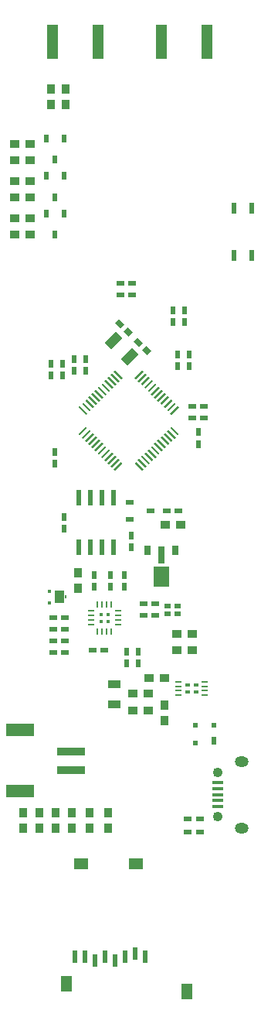
<source format=gbr>
G04 #@! TF.FileFunction,Paste,Top*
%FSLAX46Y46*%
G04 Gerber Fmt 4.6, Leading zero omitted, Abs format (unit mm)*
G04 Created by KiCad (PCBNEW 4.0.6) date 06/09/17 16:27:28*
%MOMM*%
%LPD*%
G01*
G04 APERTURE LIST*
%ADD10C,0.100000*%
%ADD11R,0.628650X1.348740*%
%ADD12R,1.618488X1.259586*%
%ADD13R,1.259586X1.709928*%
%ADD14R,0.720000X0.585000*%
%ADD15R,1.215000X0.360000*%
%ADD16C,1.080000*%
%ADD17O,1.530000X1.170000*%
%ADD18R,0.720000X1.080000*%
%ADD19R,0.720000X1.980000*%
%ADD20R,1.800000X2.250000*%
%ADD21R,0.540000X1.800000*%
%ADD22R,0.630000X0.900000*%
%ADD23R,0.630000X0.540000*%
%ADD24R,1.350000X0.900000*%
%ADD25R,0.630000X0.810000*%
%ADD26R,0.810000X0.630000*%
%ADD27R,0.990000X0.900000*%
%ADD28R,0.450000X0.360000*%
%ADD29R,0.990000X1.440000*%
%ADD30R,0.225000X0.360000*%
%ADD31R,3.150000X0.900000*%
%ADD32R,3.060000X1.350000*%
%ADD33R,0.900000X0.990000*%
%ADD34R,0.945000X0.585000*%
%ADD35R,0.435000X0.435000*%
%ADD36R,0.202000X0.715000*%
%ADD37R,0.715000X0.202000*%
%ADD38R,0.715000X0.220000*%
%ADD39R,1.143000X3.780000*%
%ADD40R,0.630000X1.305000*%
%ADD41R,0.585000X0.945000*%
%ADD42R,0.675000X0.270000*%
%ADD43R,0.525000X0.435000*%
G04 APERTURE END LIST*
D10*
D11*
X14499220Y-23137520D03*
X13399400Y-22738740D03*
X12299580Y-23137520D03*
X11199760Y-23538840D03*
X10099940Y-23137520D03*
X8997580Y-23538840D03*
X7897760Y-23137520D03*
X6797940Y-23137520D03*
D12*
X7498980Y-12939420D03*
X13498460Y-12939420D03*
D13*
X5898780Y-26038200D03*
X19099160Y-26939900D03*
D10*
G36*
X11075422Y40914566D02*
X11234521Y41073665D01*
X12061836Y40246350D01*
X11902737Y40087251D01*
X11075422Y40914566D01*
X11075422Y40914566D01*
G37*
G36*
X10721869Y40561013D02*
X10880968Y40720112D01*
X11708283Y39892797D01*
X11549184Y39733698D01*
X10721869Y40561013D01*
X10721869Y40561013D01*
G37*
G36*
X10368315Y40207459D02*
X10527414Y40366558D01*
X11354729Y39539243D01*
X11195630Y39380144D01*
X10368315Y40207459D01*
X10368315Y40207459D01*
G37*
G36*
X10014762Y39853906D02*
X10173861Y40013005D01*
X11001176Y39185690D01*
X10842077Y39026591D01*
X10014762Y39853906D01*
X10014762Y39853906D01*
G37*
G36*
X9661209Y39500353D02*
X9820308Y39659452D01*
X10647623Y38832137D01*
X10488524Y38673038D01*
X9661209Y39500353D01*
X9661209Y39500353D01*
G37*
G36*
X9307655Y39146799D02*
X9466754Y39305898D01*
X10294069Y38478583D01*
X10134970Y38319484D01*
X9307655Y39146799D01*
X9307655Y39146799D01*
G37*
G36*
X8954102Y38793246D02*
X9113201Y38952345D01*
X9940516Y38125030D01*
X9781417Y37965931D01*
X8954102Y38793246D01*
X8954102Y38793246D01*
G37*
G36*
X8600548Y38439692D02*
X8759647Y38598791D01*
X9586962Y37771476D01*
X9427863Y37612377D01*
X8600548Y38439692D01*
X8600548Y38439692D01*
G37*
G36*
X8246995Y38086139D02*
X8406094Y38245238D01*
X9233409Y37417923D01*
X9074310Y37258824D01*
X8246995Y38086139D01*
X8246995Y38086139D01*
G37*
G36*
X7893442Y37732586D02*
X8052541Y37891685D01*
X8879856Y37064370D01*
X8720757Y36905271D01*
X7893442Y37732586D01*
X7893442Y37732586D01*
G37*
G36*
X7539888Y37379032D02*
X7698987Y37538131D01*
X8526302Y36710816D01*
X8367203Y36551717D01*
X7539888Y37379032D01*
X7539888Y37379032D01*
G37*
G36*
X7186335Y37025479D02*
X7345434Y37184578D01*
X8172749Y36357263D01*
X8013650Y36198164D01*
X7186335Y37025479D01*
X7186335Y37025479D01*
G37*
G36*
X7345434Y33935422D02*
X7186335Y34094521D01*
X8013650Y34921836D01*
X8172749Y34762737D01*
X7345434Y33935422D01*
X7345434Y33935422D01*
G37*
G36*
X7698987Y33581869D02*
X7539888Y33740968D01*
X8367203Y34568283D01*
X8526302Y34409184D01*
X7698987Y33581869D01*
X7698987Y33581869D01*
G37*
G36*
X8052541Y33228315D02*
X7893442Y33387414D01*
X8720757Y34214729D01*
X8879856Y34055630D01*
X8052541Y33228315D01*
X8052541Y33228315D01*
G37*
G36*
X8406094Y32874762D02*
X8246995Y33033861D01*
X9074310Y33861176D01*
X9233409Y33702077D01*
X8406094Y32874762D01*
X8406094Y32874762D01*
G37*
G36*
X8759647Y32521209D02*
X8600548Y32680308D01*
X9427863Y33507623D01*
X9586962Y33348524D01*
X8759647Y32521209D01*
X8759647Y32521209D01*
G37*
G36*
X9113201Y32167655D02*
X8954102Y32326754D01*
X9781417Y33154069D01*
X9940516Y32994970D01*
X9113201Y32167655D01*
X9113201Y32167655D01*
G37*
G36*
X9466754Y31814102D02*
X9307655Y31973201D01*
X10134970Y32800516D01*
X10294069Y32641417D01*
X9466754Y31814102D01*
X9466754Y31814102D01*
G37*
G36*
X9820308Y31460548D02*
X9661209Y31619647D01*
X10488524Y32446962D01*
X10647623Y32287863D01*
X9820308Y31460548D01*
X9820308Y31460548D01*
G37*
G36*
X10173861Y31106995D02*
X10014762Y31266094D01*
X10842077Y32093409D01*
X11001176Y31934310D01*
X10173861Y31106995D01*
X10173861Y31106995D01*
G37*
G36*
X10527414Y30753442D02*
X10368315Y30912541D01*
X11195630Y31739856D01*
X11354729Y31580757D01*
X10527414Y30753442D01*
X10527414Y30753442D01*
G37*
G36*
X10880968Y30399888D02*
X10721869Y30558987D01*
X11549184Y31386302D01*
X11708283Y31227203D01*
X10880968Y30399888D01*
X10880968Y30399888D01*
G37*
G36*
X11234521Y30046335D02*
X11075422Y30205434D01*
X11902737Y31032749D01*
X12061836Y30873650D01*
X11234521Y30046335D01*
X11234521Y30046335D01*
G37*
G36*
X13338164Y30873650D02*
X13497263Y31032749D01*
X14324578Y30205434D01*
X14165479Y30046335D01*
X13338164Y30873650D01*
X13338164Y30873650D01*
G37*
G36*
X13691717Y31227203D02*
X13850816Y31386302D01*
X14678131Y30558987D01*
X14519032Y30399888D01*
X13691717Y31227203D01*
X13691717Y31227203D01*
G37*
G36*
X14045271Y31580757D02*
X14204370Y31739856D01*
X15031685Y30912541D01*
X14872586Y30753442D01*
X14045271Y31580757D01*
X14045271Y31580757D01*
G37*
G36*
X14398824Y31934310D02*
X14557923Y32093409D01*
X15385238Y31266094D01*
X15226139Y31106995D01*
X14398824Y31934310D01*
X14398824Y31934310D01*
G37*
G36*
X14752377Y32287863D02*
X14911476Y32446962D01*
X15738791Y31619647D01*
X15579692Y31460548D01*
X14752377Y32287863D01*
X14752377Y32287863D01*
G37*
G36*
X15105931Y32641417D02*
X15265030Y32800516D01*
X16092345Y31973201D01*
X15933246Y31814102D01*
X15105931Y32641417D01*
X15105931Y32641417D01*
G37*
G36*
X15459484Y32994970D02*
X15618583Y33154069D01*
X16445898Y32326754D01*
X16286799Y32167655D01*
X15459484Y32994970D01*
X15459484Y32994970D01*
G37*
G36*
X15813038Y33348524D02*
X15972137Y33507623D01*
X16799452Y32680308D01*
X16640353Y32521209D01*
X15813038Y33348524D01*
X15813038Y33348524D01*
G37*
G36*
X16166591Y33702077D02*
X16325690Y33861176D01*
X17153005Y33033861D01*
X16993906Y32874762D01*
X16166591Y33702077D01*
X16166591Y33702077D01*
G37*
G36*
X16520144Y34055630D02*
X16679243Y34214729D01*
X17506558Y33387414D01*
X17347459Y33228315D01*
X16520144Y34055630D01*
X16520144Y34055630D01*
G37*
G36*
X16873698Y34409184D02*
X17032797Y34568283D01*
X17860112Y33740968D01*
X17701013Y33581869D01*
X16873698Y34409184D01*
X16873698Y34409184D01*
G37*
G36*
X17227251Y34762737D02*
X17386350Y34921836D01*
X18213665Y34094521D01*
X18054566Y33935422D01*
X17227251Y34762737D01*
X17227251Y34762737D01*
G37*
G36*
X17386350Y36198164D02*
X17227251Y36357263D01*
X18054566Y37184578D01*
X18213665Y37025479D01*
X17386350Y36198164D01*
X17386350Y36198164D01*
G37*
G36*
X17032797Y36551717D02*
X16873698Y36710816D01*
X17701013Y37538131D01*
X17860112Y37379032D01*
X17032797Y36551717D01*
X17032797Y36551717D01*
G37*
G36*
X16679243Y36905271D02*
X16520144Y37064370D01*
X17347459Y37891685D01*
X17506558Y37732586D01*
X16679243Y36905271D01*
X16679243Y36905271D01*
G37*
G36*
X16325690Y37258824D02*
X16166591Y37417923D01*
X16993906Y38245238D01*
X17153005Y38086139D01*
X16325690Y37258824D01*
X16325690Y37258824D01*
G37*
G36*
X15972137Y37612377D02*
X15813038Y37771476D01*
X16640353Y38598791D01*
X16799452Y38439692D01*
X15972137Y37612377D01*
X15972137Y37612377D01*
G37*
G36*
X15618583Y37965931D02*
X15459484Y38125030D01*
X16286799Y38952345D01*
X16445898Y38793246D01*
X15618583Y37965931D01*
X15618583Y37965931D01*
G37*
G36*
X15265030Y38319484D02*
X15105931Y38478583D01*
X15933246Y39305898D01*
X16092345Y39146799D01*
X15265030Y38319484D01*
X15265030Y38319484D01*
G37*
G36*
X14911476Y38673038D02*
X14752377Y38832137D01*
X15579692Y39659452D01*
X15738791Y39500353D01*
X14911476Y38673038D01*
X14911476Y38673038D01*
G37*
G36*
X14557923Y39026591D02*
X14398824Y39185690D01*
X15226139Y40013005D01*
X15385238Y39853906D01*
X14557923Y39026591D01*
X14557923Y39026591D01*
G37*
G36*
X14204370Y39380144D02*
X14045271Y39539243D01*
X14872586Y40366558D01*
X15031685Y40207459D01*
X14204370Y39380144D01*
X14204370Y39380144D01*
G37*
G36*
X13850816Y39733698D02*
X13691717Y39892797D01*
X14519032Y40720112D01*
X14678131Y40561013D01*
X13850816Y39733698D01*
X13850816Y39733698D01*
G37*
G36*
X13497263Y40087251D02*
X13338164Y40246350D01*
X14165479Y41073665D01*
X14324578Y40914566D01*
X13497263Y40087251D01*
X13497263Y40087251D01*
G37*
D14*
X18076000Y14434000D03*
X18076000Y15284000D03*
X16976000Y15284000D03*
X16976000Y14434000D03*
D15*
X22500000Y-6675000D03*
X22500000Y-6025000D03*
X22500000Y-5375000D03*
X22500000Y-4725000D03*
X22500000Y-4075000D03*
D16*
X22425000Y-7800000D03*
X22425000Y-2950000D03*
D17*
X25075000Y-9000000D03*
X25075000Y-1750000D03*
D18*
X17780000Y21336000D03*
D19*
X16280000Y20836000D03*
D18*
X14780000Y21336000D03*
D20*
X16280000Y18486000D03*
D21*
X7239000Y27084000D03*
X8509000Y27084000D03*
X9779000Y27084000D03*
X11049000Y27084000D03*
X11049000Y21684000D03*
X9779000Y21684000D03*
X8509000Y21684000D03*
X7239000Y21684000D03*
D10*
G36*
X10099523Y44063325D02*
X11308675Y45272477D01*
X12008711Y44572441D01*
X10799559Y43363289D01*
X10099523Y44063325D01*
X10099523Y44063325D01*
G37*
G36*
X11867289Y42295559D02*
X13076441Y43504711D01*
X13776477Y42804675D01*
X12567325Y41595523D01*
X11867289Y42295559D01*
X11867289Y42295559D01*
G37*
D22*
X22000000Y500000D03*
D23*
X22000000Y2200000D03*
X20000000Y2200000D03*
X20000000Y300000D03*
D24*
X11150000Y6700000D03*
X11150000Y4500000D03*
D10*
G36*
X13160736Y45196741D02*
X12715259Y44751264D01*
X12142502Y45324021D01*
X12587979Y45769498D01*
X13160736Y45196741D01*
X13160736Y45196741D01*
G37*
G36*
X12241498Y46115979D02*
X11796021Y45670502D01*
X11223264Y46243259D01*
X11668741Y46688736D01*
X12241498Y46115979D01*
X12241498Y46115979D01*
G37*
G36*
X13255264Y44211259D02*
X13700741Y44656736D01*
X14273498Y44083979D01*
X13828021Y43638502D01*
X13255264Y44211259D01*
X13255264Y44211259D01*
G37*
G36*
X14174502Y43292021D02*
X14619979Y43737498D01*
X15192736Y43164741D01*
X14747259Y42719264D01*
X14174502Y43292021D01*
X14174502Y43292021D01*
G37*
D25*
X18034000Y41514000D03*
X18034000Y42814000D03*
X5461000Y40498000D03*
X5461000Y41798000D03*
X19304000Y41514000D03*
X19304000Y42814000D03*
X20320000Y34290000D03*
X20320000Y32990000D03*
X4572000Y32146000D03*
X4572000Y30846000D03*
X12446000Y10302000D03*
X12446000Y9002000D03*
D26*
X13096000Y50546000D03*
X11796000Y50546000D03*
X8748000Y10414000D03*
X10048000Y10414000D03*
D25*
X10668000Y17384000D03*
X10668000Y18684000D03*
D26*
X20500000Y-8000000D03*
X19200000Y-8000000D03*
X18176000Y25654000D03*
X16876000Y25654000D03*
D25*
X17526000Y46340000D03*
X17526000Y47640000D03*
X8890000Y18684000D03*
X8890000Y17384000D03*
D26*
X4430000Y13970000D03*
X5730000Y13970000D03*
X4430000Y12700000D03*
X5730000Y12700000D03*
X4430000Y11430000D03*
X5730000Y11430000D03*
X20970000Y35814000D03*
X19670000Y35814000D03*
X14336000Y14224000D03*
X15636000Y14224000D03*
X14336000Y15494000D03*
X15636000Y15494000D03*
D27*
X16676000Y24130000D03*
X18376000Y24130000D03*
D25*
X4191000Y40498000D03*
X4191000Y41798000D03*
D28*
X4026000Y16906000D03*
X4026000Y15606000D03*
D29*
X5076000Y16256000D03*
D30*
X5751000Y16256000D03*
D31*
X6350000Y-650000D03*
X6350000Y-2650000D03*
D32*
X800000Y1700000D03*
X800000Y-5000000D03*
D26*
X13096000Y49276000D03*
X11796000Y49276000D03*
D33*
X7112000Y18884000D03*
X7112000Y17184000D03*
D25*
X13716000Y10302000D03*
X13716000Y9002000D03*
D34*
X12820000Y26604000D03*
X12820000Y24704000D03*
X15120000Y25654000D03*
D25*
X18796000Y46340000D03*
X18796000Y47640000D03*
D26*
X20970000Y37084000D03*
X19670000Y37084000D03*
X20500000Y-9500000D03*
X19200000Y-9500000D03*
X5730000Y10160000D03*
X4430000Y10160000D03*
D25*
X8001000Y41006000D03*
X8001000Y42306000D03*
X5588000Y25034000D03*
X5588000Y23734000D03*
X6731000Y41006000D03*
X6731000Y42306000D03*
X12192000Y17384000D03*
X12192000Y18684000D03*
X12954000Y21702000D03*
X12954000Y23002000D03*
D35*
X10414000Y14333000D03*
X9664000Y14333000D03*
X9664000Y13583000D03*
X10414000Y13583000D03*
D36*
X9289000Y12483000D03*
X9789000Y12483000D03*
X10289000Y12483000D03*
X10789000Y12483000D03*
D37*
X11514000Y13208000D03*
X11514000Y13708000D03*
D38*
X11514000Y14208000D03*
D37*
X11514000Y14708000D03*
D36*
X10789000Y15433000D03*
X10289000Y15433000D03*
X9789000Y15433000D03*
X9289000Y15433000D03*
D37*
X8564000Y14708000D03*
X8564000Y14208000D03*
X8564000Y13708000D03*
D38*
X8564000Y13208000D03*
D33*
X5776893Y70141213D03*
X5776893Y71841213D03*
D39*
X21250400Y77000000D03*
X16250400Y77000000D03*
D27*
X17950000Y12200000D03*
X19650000Y12200000D03*
X17950000Y10450000D03*
X19650000Y10450000D03*
X13120000Y3810000D03*
X14820000Y3810000D03*
X16598000Y7366000D03*
X14898000Y7366000D03*
X13120000Y5715000D03*
X14820000Y5715000D03*
D33*
X16637000Y2706000D03*
X16637000Y4406000D03*
D40*
X24219000Y58754000D03*
X24219000Y53594000D03*
X26219000Y53594000D03*
X26219000Y58754000D03*
D33*
X6502400Y-9079600D03*
X6502400Y-7379600D03*
X2895600Y-9079600D03*
X2895600Y-7379600D03*
X4724400Y-9079600D03*
X4724400Y-7379600D03*
X1117600Y-9079600D03*
X1117600Y-7379600D03*
X8432800Y-9079600D03*
X8432800Y-7379600D03*
X10414000Y-9079600D03*
X10414000Y-7379600D03*
X4151293Y70154813D03*
X4151293Y71854813D03*
D27*
X1866000Y57667600D03*
X166000Y57667600D03*
X1866000Y61725200D03*
X166000Y61725200D03*
X1866000Y65786000D03*
X166000Y65786000D03*
D41*
X5572800Y58189600D03*
X3672800Y58189600D03*
X4622800Y55889600D03*
X5572800Y62298000D03*
X3672800Y62298000D03*
X4622800Y59998000D03*
X5572800Y66383600D03*
X3672800Y66383600D03*
X4622800Y64083600D03*
D27*
X166000Y55886400D03*
X1866000Y55886400D03*
X166000Y59998000D03*
X1866000Y59998000D03*
X166000Y64065200D03*
X1866000Y64065200D03*
D42*
X18164500Y6987000D03*
X18164500Y6487000D03*
X18164500Y5987000D03*
X18164500Y5487000D03*
X21064500Y5487000D03*
X21064500Y5987000D03*
X21064500Y6487000D03*
X21064500Y6987000D03*
D43*
X20052000Y5874500D03*
X20052000Y6599500D03*
X19177000Y5874500D03*
X19177000Y6599500D03*
D39*
X9358000Y77012800D03*
X4358000Y77012800D03*
M02*

</source>
